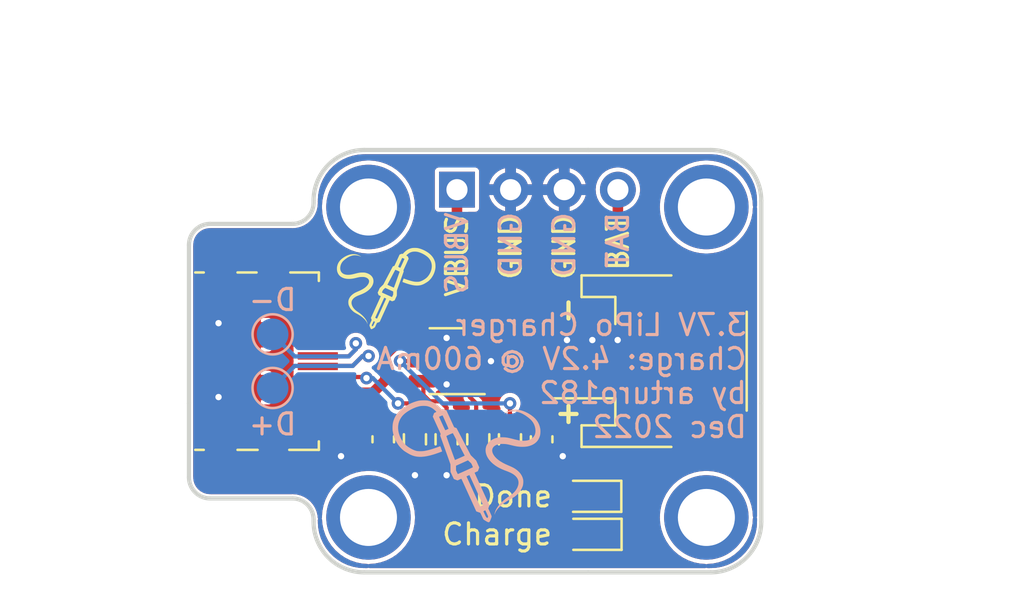
<source format=kicad_pcb>
(kicad_pcb (version 20211014) (generator pcbnew)
  (layers (0 "F.Cu" signal) (31 "B.Cu" signal) (34 "B.Paste" user) (35 "F.Paste" user) (36 "B.SilkS" user "B.Silkscreen") (37 "F.SilkS" user "F.Silkscreen") (38 "B.Mask" user) (39 "F.Mask" user) (44 "Edge.Cuts" user))
  (net 0 "")
  (net 1 "VBUS")
  (net 2 "GND")
  (net 3 "+BATT")
  (net 4 "Net-(D1-Pad1)")
  (net 5 "Net-(D2-Pad1)")
  (net 6 "Net-(J2-PadA5)")
  (net 8 "Net-(R2-Pad2)")
  (net 9 "Net-(R3-Pad1)")
  (net 10 "/D-")
  (net 11 "/D+")
  (net 12 "Net-(R4-Pad1)")
  (footprint "Resistor_SMD:R_0603_1608Metric" (layer "F.Cu") (at 169.8 97.7 90)
    (fp_text reference "R1" hide)
    (fp_text value "5.1K")
    (pad "1" smd roundrect (at -0.825 0 90) (size 0.8 0.95) (layers "F.Cu" "F.Paste" "F.Mask") (net 2 "GND"))
    (pad "2" smd roundrect (at 0.825 0 90) (size 0.8 0.95) (layers "F.Cu" "F.Paste" "F.Mask") (net 6 "Net-(J2-PadA5)"))
  )
  (footprint "MountingHole:MountingHole_2.7mm_M2.5_DIN965_Pad" (layer "F.Cu") (at 183.6 86.7)
    (fp_text reference "REF**" hide)
    (fp_text value "MountingHole_2.7mm_M2.5_DIN965_Pad")
    (pad "1" thru_hole circle locked (at 0 0) (size 4 4) (drill 2.7) (layers *.Cu *.Mask))
  )
  (footprint "Capacitor_SMD:C_0603_1608Metric" (layer "F.Cu") (at 175.8 97.7 90)
    (fp_text reference "C2" hide)
    (fp_text value "10uF")
    (pad "1" smd roundrect (at -0.775 0 90) (size 0.9 0.95) (layers "F.Cu" "F.Paste" "F.Mask") (net 2 "GND"))
    (pad "2" smd roundrect (at 0.775 0 90) (size 0.9 0.95) (layers "F.Cu" "F.Paste" "F.Mask") (net 3 "+BATT"))
  )
  (footprint "MountingHole:MountingHole_2.7mm_M2.5_DIN965_Pad" (layer "F.Cu") (at 167.6 86.7)
    (fp_text reference "REF**" hide)
    (fp_text value "MountingHole_2.7mm_M2.5_DIN965_Pad")
    (pad "1" thru_hole circle locked (at 0 0) (size 4 4) (drill 2.7) (layers *.Cu *.Mask))
  )
  (footprint "Connector_PinHeader_2.54mm:PinHeader_1x04_P2.54mm_Vertical" (layer "F.Cu") (at 171.79 85.88 90)
    (fp_text reference "J4" hide)
    (fp_text value "Conn_Pwr")
    (pad "1" thru_hole rect locked (at 0 0 90) (size 1.7 1.7) (drill 1) (layers *.Cu *.Mask) (net 1 "VBUS"))
    (pad "2" thru_hole oval locked (at 0 2.54 90) (size 1.7 1.7) (drill 1) (layers *.Cu *.Mask) (net 2 "GND"))
    (pad "3" thru_hole oval locked (at 0 5.08 90) (size 1.7 1.7) (drill 1) (layers *.Cu *.Mask) (net 2 "GND"))
    (pad "4" thru_hole oval locked (at 0 7.62 90) (size 1.7 1.7) (drill 1) (layers *.Cu *.Mask) (net 3 "+BATT"))
  )
  (footprint "MountingHole:MountingHole_2.7mm_M2.5_DIN965_Pad" (layer "F.Cu") (at 183.6 101.4)
    (fp_text reference "REF**" hide)
    (fp_text value "MountingHole_2.7mm_M2.5_DIN965_Pad")
    (pad "1" thru_hole circle locked (at 0 0) (size 4 4) (drill 2.7) (layers *.Cu *.Mask))
  )
  (footprint "Resistor_SMD:R_0603_1608Metric" (layer "F.Cu") (at 174.3 97.7 -90)
    (fp_text reference "R4" hide)
    (fp_text value "1K")
    (pad "1" smd roundrect (at -0.825 0 270) (size 0.8 0.95) (layers "F.Cu" "F.Paste" "F.Mask") (net 12 "Net-(R4-Pad1)"))
    (pad "2" smd roundrect (at 0.825 0 270) (size 0.8 0.95) (layers "F.Cu" "F.Paste" "F.Mask") (net 5 "Net-(D2-Pad1)"))
  )
  (footprint "LED_SMD:LED_0603_1608Metric" (layer "F.Cu") (at 178.087501 100.4 180)
    (fp_text reference "D2" hide)
    (fp_text value "LED_DONE")
    (pad "1" smd roundrect (at -0.7875 0 180) (size 0.875 0.95) (layers "F.Cu" "F.Paste" "F.Mask") (net 5 "Net-(D2-Pad1)"))
    (pad "2" smd roundrect (at 0.7875 0 180) (size 0.875 0.95) (layers "F.Cu" "F.Paste" "F.Mask") (net 1 "VBUS"))
  )
  (footprint "Connector_USB_Extra:USB_C_Plug_UTC009-C12" (layer "F.Cu") (at 165 94 -90)
    (fp_text reference "J2" hide)
    (fp_text value "USB_C_Plug_USB2.0")
    (pad "A1" smd rect locked (at 2.75 -0.2 270) (size 0.35 1.9) (layers "F.Cu" "F.Paste" "F.Mask") (net 2 "GND"))
    (pad "A4" smd rect locked (at 1.25 -0.2 270) (size 0.35 1.9) (layers "F.Cu" "F.Paste" "F.Mask") (net 1 "VBUS"))
    (pad "A5" smd rect locked (at 0.75 -0.2 270) (size 0.35 1.9) (layers "F.Cu" "F.Paste" "F.Mask") (net 6 "Net-(J2-PadA5)"))
    (pad "A6" smd rect locked (at 0.25 -0.2 270) (size 0.35 1.9) (layers "F.Cu" "F.Paste" "F.Mask") (net 11 "/D+"))
    (pad "A7" smd rect locked (at -0.25 -0.2 270) (size 0.35 1.9) (layers "F.Cu" "F.Paste" "F.Mask") (net 10 "/D-"))
    (pad "A10" smd rect locked (at -1.75 -0.2 270) (size 0.35 1.9) (layers "F.Cu" "F.Paste" "F.Mask"))
    (pad "A11" smd rect locked (at -2.25 -0.2 270) (size 0.35 1.9) (layers "F.Cu" "F.Paste" "F.Mask"))
    (pad "B2" smd rect locked (at -2.75 -0.2 270) (size 0.35 1.9) (layers "F.Cu" "F.Paste" "F.Mask"))
    (pad "B3" smd rect locked (at -1.25 -0.2 270) (size 0.35 1.9) (layers "F.Cu" "F.Paste" "F.Mask"))
    (pad "B5" smd rect locked (at -0.75 -0.2 270) (size 0.35 1.9) (layers "F.Cu" "F.Paste" "F.Mask"))
    (pad "B9" smd rect locked (at 1.75 -0.2 270) (size 0.35 1.9) (layers "F.Cu" "F.Paste" "F.Mask") (net 1 "VBUS"))
    (pad "B12" smd rect locked (at 2.25 -0.2 270) (size 0.35 1.9) (layers "F.Cu" "F.Paste" "F.Mask") (net 2 "GND"))
    (pad "S1" smd rect locked (at 3.4 -0.1 270) (size 0.65 2.1) (layers "F.Cu" "F.Paste" "F.Mask") (net 2 "GND"))
    (pad "S1" smd rect locked (at 4.55 4.4 270) (size 1.5 1.4) (layers "F.Cu" "F.Paste" "F.Mask") (net 2 "GND"))
    (pad "S1" smd rect locked (at -3.4 -0.1 270) (size 0.65 2.1) (layers "F.Cu" "F.Paste" "F.Mask") (net 2 "GND"))
    (pad "S1" smd rect locked (at 4.55 1.9 270) (size 1.5 1.3) (layers "F.Cu" "F.Paste" "F.Mask") (net 2 "GND"))
    (pad "S1" smd rect locked (at -1.75 4.5 270) (size 1.2 1.2) (layers "F.Cu" "F.Paste" "F.Mask") (net 2 "GND"))
    (pad "S1" smd rect locked (at -4.55 4.4 270) (size 1.5 1.4) (layers "F.Cu" "F.Paste" "F.Mask") (net 2 "GND"))
    (pad "S1" smd rect locked (at -1.25 2.75 270) (size 1.2 1.2) (layers "F.Cu" "F.Paste" "F.Mask") (net 2 "GND"))
    (pad "S1" smd rect locked (at 1.25 2.75 270) (size 1.2 1.2) (layers "F.Cu" "F.Paste" "F.Mask") (net 2 "GND"))
    (pad "S1" smd rect locked (at -4.55 1.9 270) (size 1.5 1.4) (layers "F.Cu" "F.Paste" "F.Mask") (net 2 "GND"))
    (pad "S1" smd rect locked (at 1.75 4.5 270) (size 1.2 1.2) (layers "F.Cu" "F.Paste" "F.Mask") (net 2 "GND"))
  )
  (footprint "Symbols_Extra:SolderParty-New-Logo_5x4.2mm_SilkScreen" (layer "F.Cu") (at 168.6 90.4)
    (fp_text reference "G***" hide)
    (fp_text value "LOGO" hide)
  )
  (footprint "LED_SMD:LED_0603_1608Metric" (layer "F.Cu") (at 178.1 102.2 180)
    (fp_text reference "D1" hide)
    (fp_text value "LED_CHR")
    (pad "1" smd roundrect (at -0.7875 0 180) (size 0.875 0.95) (layers "F.Cu" "F.Paste" "F.Mask") (net 4 "Net-(D1-Pad1)"))
    (pad "2" smd roundrect (at 0.7875 0 180) (size 0.875 0.95) (layers "F.Cu" "F.Paste" "F.Mask") (net 1 "VBUS"))
  )
  (footprint "Connector_JST:JST_PH_S2B-PH-SM4-TB_1x02-1MP_P2.00mm_Horizontal" (layer "F.Cu") (at 181 94 90)
    (fp_text reference "J1" hide)
    (fp_text value "Conn_Battery")
    (pad "1" smd roundrect locked (at -1 -2.85 90) (size 1 3.5) (layers "F.Cu" "F.Paste" "F.Mask") (net 3 "+BATT"))
    (pad "2" smd roundrect locked (at 1 -2.85 90) (size 1 3.5) (layers "F.Cu" "F.Paste" "F.Mask") (net 2 "GND"))
    (pad "MP" smd roundrect locked (at 3.35 2.9 90) (size 1.5 3.4) (layers "F.Cu" "F.Paste" "F.Mask") (roundrect_rratio 0.1666673333))
    (pad "MP" smd roundrect locked (at -3.35 2.9 90) (size 1.5 3.4) (layers "F.Cu" "F.Paste" "F.Mask") (roundrect_rratio 0.1666673333))
  )
  (footprint "MountingHole:MountingHole_2.7mm_M2.5_DIN965_Pad" (layer "F.Cu") (at 167.6 101.4)
    (fp_text reference "REF**" hide)
    (fp_text value "MountingHole_2.7mm_M2.5_DIN965_Pad")
    (pad "1" thru_hole circle locked (at 0 0) (size 4 4) (drill 2.7) (layers *.Cu *.Mask))
  )
  (footprint "Capacitor_SMD:C_0603_1608Metric" (layer "F.Cu") (at 168.3 97.7 90)
    (fp_text reference "C1" hide)
    (fp_text value "10uF")
    (pad "1" smd roundrect (at -0.775 0 90) (size 0.9 0.95) (layers "F.Cu" "F.Paste" "F.Mask") (net 2 "GND"))
    (pad "2" smd roundrect (at 0.775 0 90) (size 0.9 0.95) (layers "F.Cu" "F.Paste" "F.Mask") (net 1 "VBUS"))
  )
  (footprint "Resistor_SMD:R_0603_1608Metric" (layer "F.Cu") (at 171.3 97.7 90)
    (fp_text reference "R2" hide)
    (fp_text value "2K")
    (pad "1" smd roundrect (at -0.825 0 90) (size 0.8 0.95) (layers "F.Cu" "F.Paste" "F.Mask") (net 2 "GND"))
    (pad "2" smd roundrect (at 0.825 0 90) (size 0.8 0.95) (layers "F.Cu" "F.Paste" "F.Mask") (net 8 "Net-(R2-Pad2)"))
  )
  (footprint "Resistor_SMD:R_0603_1608Metric" (layer "F.Cu") (at 172.8 97.7 -90)
    (fp_text reference "R3" hide)
    (fp_text value "1K")
    (pad "1" smd roundrect (at -0.825 0 270) (size 0.8 0.95) (layers "F.Cu" "F.Paste" "F.Mask") (net 9 "Net-(R3-Pad1)"))
    (pad "2" smd roundrect (at 0.825 0 270) (size 0.8 0.95) (layers "F.Cu" "F.Paste" "F.Mask") (net 4 "Net-(D1-Pad1)"))
  )
  (footprint "Package_TO_SOT_SMD:SOT-23-6" (layer "F.Cu") (at 171.3 94 180)
    (fp_text reference "U1" hide)
    (fp_text value "ME4055-N")
    (pad "1" smd roundrect (at -1.1375 -0.95 180) (size 1.325 0.6) (layers "F.Cu" "F.Paste" "F.Mask") (net 9 "Net-(R3-Pad1)"))
    (pad "2" smd roundrect (at -1.1375 0 180) (size 1.325 0.6) (layers "F.Cu" "F.Paste" "F.Mask") (net 2 "GND"))
    (pad "3" smd roundrect (at -1.1375 0.95 180) (size 1.325 0.6) (layers "F.Cu" "F.Paste" "F.Mask") (net 3 "+BATT"))
    (pad "4" smd roundrect (at 1.1375 0.95 180) (size 1.325 0.6) (layers "F.Cu" "F.Paste" "F.Mask") (net 1 "VBUS"))
    (pad "5" smd roundrect (at 1.1375 0 180) (size 1.325 0.6) (layers "F.Cu" "F.Paste" "F.Mask") (net 12 "Net-(R4-Pad1)"))
    (pad "6" smd roundrect (at 1.1375 -0.95 180) (size 1.325 0.6) (layers "F.Cu" "F.Paste" "F.Mask") (net 8 "Net-(R2-Pad2)"))
  )
  (footprint "Symbols_Extra:SolderParty-New-Logo_7.5x6.4mm_SilkScreen" (layer "B.Cu") (at 172 98.5 180)
    (fp_text reference "G***" hide)
    (fp_text value "LOGO" hide)
  )
  (footprint "TestPoint:TestPoint_Pad_D1.5mm" (layer "B.Cu") (at 163.06 95.270003 90)
    (fp_text reference "TP2" hide)
    (fp_text value "TP_D+")
    (pad "1" smd circle locked (at 0 0 90) (size 1.5 1.5) (layers "B.Cu" "B.Mask") (net 11 "/D+"))
  )
  (footprint "TestPoint:TestPoint_Pad_D1.5mm" (layer "B.Cu") (at 163.06 92.73 90)
    (fp_text reference "TP1" hide)
    (fp_text value "TP_D-")
    (pad "1" smd circle locked (at 0 0 90) (size 1.5 1.5) (layers "B.Cu" "B.Mask") (net 10 "/D-"))
  )
  (gr_line (start 178 104) (end 167.4 104.000001) (layer "Edge.Cuts") (width 0.2))
  (gr_line (start 165 101.5) (end 165 101.6) (layer "Edge.Cuts") (width 0.2))
  (gr_arc (start 186.2 101.6) (mid 185.497056 103.297056) (end 183.8 104) (layer "Edge.Cuts") (width 0.2))
  (gr_line (start 164 87.5) (end 160.1 87.5) (layer "Edge.Cuts") (width 0.2))
  (gr_arc (start 159.1 88.5) (mid 159.392893 87.792893) (end 160.1 87.5) (layer "Edge.Cuts") (width 0.2))
  (gr_arc (start 165 86.400001) (mid 165.702944 84.702945) (end 167.4 84.000001) (layer "Edge.Cuts") (width 0.2))
  (gr_line (start 186.2 101.6) (end 186.2 96) (layer "Edge.Cuts") (width 0.2))
  (gr_line (start 159.1 88.5) (end 159.1 96) (layer "Edge.Cuts") (width 0.2))
  (gr_line (start 178 84) (end 167.4 84.000001) (layer "Edge.Cuts") (width 0.2))
  (gr_arc (start 183.8 84) (mid 185.497056 84.702944) (end 186.2 86.4) (layer "Edge.Cuts") (width 0.2))
  (gr_arc (start 164 100.5) (mid 164.707107 100.792893) (end 165 101.5) (layer "Edge.Cuts") (width 0.2))
  (gr_line (start 164 100.5) (end 160.1 100.5) (layer "Edge.Cuts") (width 0.2))
  (gr_arc (start 167.4 104) (mid 165.702944 103.297056) (end 165 101.6) (layer "Edge.Cuts") (width 0.2))
  (gr_line (start 186.2 96) (end 186.2 86.4) (layer "Edge.Cuts") (width 0.2))
  (gr_line (start 183.8 104) (end 178 104) (layer "Edge.Cuts") (width 0.2))
  (gr_line (start 159.1 96) (end 159.1 99.5) (layer "Edge.Cuts") (width 0.2))
  (gr_line (start 183.8 84) (end 178 84) (layer "Edge.Cuts") (width 0.2))
  (gr_arc (start 165 86.5) (mid 164.707107 87.207107) (end 164 87.5) (layer "Edge.Cuts") (width 0.2))
  (gr_arc (start 160.1 100.5) (mid 159.392893 100.207107) (end 159.1 99.5) (layer "Edge.Cuts") (width 0.2))
  (gr_line (start 165 86.5) (end 165 86.400001) (layer "Edge.Cuts") (width 0.2))
  (gr_text "D+" (at 163.06 96.99) (layer "B.SilkS") (effects (font (size 1 1)) (justify mirror)))
  (gr_text "D-" (at 163.06 91.1) (layer "B.SilkS") (effects (font (size 1 1)) (justify mirror)))
  (gr_text "GND" (at 174.33 86.85 90) (layer "B.SilkS") (effects (font (size 1 1)) (justify left mirror)))
  (gr_text "3.7V LiPo Charger\nCharge: 4.2V @ 600mA\nby arturo182\nDec 2022" (at 185.6 94.7) (layer "B.SilkS") (effects (font (size 1 1)) (justify left mirror)))
  (gr_text "VBUS" (at 171.79 86.86 90) (layer "B.SilkS") (effects (font (size 1 1)) (justify left mirror)))
  (gr_text "GND" (at 176.87 86.86 90) (layer "B.SilkS") (effects (font (size 1 1)) (justify left mirror)))
  (gr_text "BAT" (at 179.41 86.86 90) (layer "B.SilkS") (effects (font (size 1 1)) (justify left mirror)))
  (gr_text "Charge" (at 176.387501 102.2) (layer "F.SilkS") (effects (font (size 1 1)) (justify right)))
  (gr_text "GND" (at 174.33 86.99 90) (layer "F.SilkS") (effects (font (size 1 1)) (justify right)))
  (gr_text "BAT" (at 179.41 86.99 90) (layer "F.SilkS") (effects (font (size 1 1)) (justify right)))
  (gr_text "-" (at 177 91.6 90) (layer "F.SilkS") (effects (font (size 1 1) (thickness 0.2))))
  (gr_text "Done" (at 176.387501 100.4) (layer "F.SilkS") (effects (font (size 1 1)) (justify right)))
  (gr_text "VBUS" (at 171.79 86.99 90) (layer "F.SilkS") (effects (font (size 1 1)) (justify right)))
  (gr_text "+" (at 177 96.5 90) (layer "F.SilkS") (effects (font (size 1 1) (thickness 0.2))))
  (gr_text "GND" (at 176.87 86.99 90) (layer "F.SilkS") (effects (font (size 1 1)) (justify right)))
  (segment (start 168.6 97.7) (end 168.3 97.4) (width 0.2) (layer "F.Cu") (net 1))
  (segment (start 170.55 99.65) (end 170.55 98) (width 0.2) (layer "F.Cu") (net 1))
  (segment (start 177.3125 100.412499) (end 177.300001 100.4) (width 0.2) (layer "F.Cu") (net 1))
  (segment (start 169.05 93.05) (end 168.4 93.7) (width 0.5) (layer "F.Cu") (net 1))
  (segment (start 167.8 95.5) (end 166.9 95.5) (width 0.5) (layer "F.Cu") (net 1))
  (segment (start 171.79 85.88) (end 171.79 89.91) (width 0.5) (layer "F.Cu") (net 1))
  (segment (start 168.3 97.4) (end 168.3 96.9125) (width 0.2) (layer "F.Cu") (net 1))
  (segment (start 170.55 98) (end 170.25 97.7) (width 0.2) (layer "F.Cu") (net 1))
  (segment (start 170.2 93.05) (end 169.05 93.05) (width 0.5) (layer "F.Cu") (net 1))
  (segment (start 170.25 97.7) (end 168.6 97.7) (width 0.2) (layer "F.Cu") (net 1))
  (segment (start 170.2 91.5) (end 170.2 93.05) (width 0.5) (layer "F.Cu") (net 1))
  (segment (start 168.4 93.7) (end 168.4 94.9) (width 0.5) (layer "F.Cu") (net 1))
  (segment (start 166.9 95.5) (end 167.6 95.5) (width 0.5) (layer "F.Cu") (net 1))
  (segment (start 173.1 102.2) (end 170.55 99.65) (width 0.2) (layer "F.Cu") (net 1))
  (segment (start 177.3125 102.2) (end 177.3125 100.412499) (width 0.2) (layer "F.Cu") (net 1))
  (segment (start 168.4 94.9) (end 167.8 95.5) (width 0.5) (layer "F.Cu") (net 1))
  (segment (start 171.79 89.91) (end 170.2 91.5) (width 0.5) (layer "F.Cu") (net 1))
  (segment (start 166.9 95.5) (end 165.2 95.5) (width 0.5) (layer "F.Cu") (net 1))
  (segment (start 167.6 95.5) (end 168.2 96.1) (width 0.5) (layer "F.Cu") (net 1))
  (segment (start 177.3125 102.2) (end 173.1 102.2) (width 0.2) (layer "F.Cu") (net 1))
  (segment (start 168.2 96.1) (end 168.2 96.9125) (width 0.5) (layer "F.Cu") (net 1))
  (via (at 178.2 93) (size 0.6) (drill 0.3) (layers "F.Cu" "B.Cu") (net 2))
  (via (at 160.5 92.2) (size 0.6) (drill 0.3) (layers "F.Cu" "B.Cu") (net 2))
  (via (at 160.5 95.7) (size 0.6) (drill 0.3) (layers "F.Cu" "B.Cu") (net 2))
  (via (at 176.8 98.5) (size 0.6) (drill 0.3) (layers "F.Cu" "B.Cu") (net 2))
  (via (at 171.3 92.9) (size 0.6) (drill 0.3) (layers "F.Cu" "B.Cu") (net 2))
  (via (at 171.3 95.1) (size 0.6) (drill 0.3) (layers "F.Cu" "B.Cu") (net 2))
  (via (at 171.3 99.4) (size 0.6) (drill 0.3) (layers "F.Cu" "B.Cu") (net 2))
  (via (at 177 93) (size 0.6) (drill 0.3) (layers "F.Cu" "B.Cu") (net 2))
  (via (at 169.8 99.4) (size 0.6) (drill 0.3) (layers "F.Cu" "B.Cu") (net 2))
  (via (at 179.4 93) (size 0.6) (drill 0.3) (layers "F.Cu" "B.Cu") (net 2))
  (via (at 173.4 94) (size 0.6) (drill 0.3) (layers "F.Cu" "B.Cu") (net 2))
  (via (at 166.3 98.5) (size 0.6) (drill 0.3) (layers "F.Cu" "B.Cu") (net 2))
  (segment (start 176 95) (end 178.45 95) (width 0.5) (layer "F.Cu") (net 3))
  (segment (start 181.2 94.3) (end 181.2 89.8) (width 0.5) (layer "F.Cu") (net 3))
  (segment (start 175.8 95.2) (end 175.8 94.8) (width 0.5) (layer "F.Cu") (net 3))
  (segment (start 175.8 95.7) (end 175.8 96.4) (width 0.5) (layer "F.Cu") (net 3))
  (segment (start 174.35 93.05) (end 175.8 94.5) (width 0.5) (layer "F.Cu") (net 3))
  (segment (start 175.8 95.7) (end 175.8 95.2) (width 0.5) (layer "F.Cu") (net 3))
  (segment (start 175.8 96.9125) (end 175.8 96.4) (width 0.5) (layer "F.Cu") (net 3))
  (segment (start 178.45 95) (end 180.5 95) (width 0.5) (layer "F.Cu") (net 3))
  (segment (start 179.41 88.01) (end 179.41 85.88) (width 0.5) (layer "F.Cu") (net 3))
  (segment (start 176 95) (end 175.8 95.2) (width 0.5) (layer "F.Cu") (net 3))
  (segment (start 175.8 94.5) (end 175.8 95) (width 0.5) (layer "F.Cu") (net 3))
  (segment (start 181.2 89.8) (end 179.41 88.01) (width 0.5) (layer "F.Cu") (net 3))
  (segment (start 180.5 95) (end 181.2 94.3) (width 0.5) (layer "F.Cu") (net 3))
  (segment (start 172.4 93.05) (end 174.35 93.05) (width 0.5) (layer "F.Cu") (net 3))
  (segment (start 178.1 100.062086) (end 177.712914 99.675) (width 0.2) (layer "F.Cu") (net 4))
  (segment (start 173.375 99.675) (end 172.8 99.1) (width 0.2) (layer "F.Cu") (net 4))
  (segment (start 178.1 101.4125) (end 178.1 100.062086) (width 0.2) (layer "F.Cu") (net 4))
  (segment (start 178.8875 102.2) (end 178.1 101.4125) (width 0.2) (layer "F.Cu") (net 4))
  (segment (start 172.8 99.1) (end 172.8 98.6) (width 0.2) (layer "F.Cu") (net 4))
  (segment (start 177.712914 99.675) (end 173.375 99.675) (width 0.2) (layer "F.Cu") (net 4))
  (segment (start 177.857888 99.325) (end 174.525 99.325) (width 0.2) (layer "F.Cu") (net 5))
  (segment (start 178.875001 100.4) (end 178.875001 100.342113) (width 0.2) (layer "F.Cu") (net 5))
  (segment (start 178.875001 100.342113) (end 177.857888 99.325) (width 0.2) (layer "F.Cu") (net 5))
  (segment (start 174.3 99.1) (end 174.3 98.4875) (width 0.2) (layer "F.Cu") (net 5))
  (segment (start 174.525 99.325) (end 174.3 99.1) (width 0.2) (layer "F.Cu") (net 5))
  (segment (start 169.5 96) (end 169.775 96.275) (width 0.2) (layer "F.Cu") (net 6))
  (segment (start 165.2 94.75) (end 167.455025 94.75) (width 0.2) (layer "F.Cu") (net 6))
  (segment (start 169.775 96.275) (end 169.775 96.9) (width 0.2) (layer "F.Cu") (net 6))
  (segment (start 169 96) (end 169.5 96) (width 0.2) (layer "F.Cu") (net 6))
  (segment (start 167.455025 94.75) (end 167.505025 94.8) (width 0.2) (layer "F.Cu") (net 6))
  (via (at 169 96) (size 0.6) (drill 0.3) (layers "F.Cu" "B.Cu") (net 6))
  (via (at 167.505025 94.8) (size 0.6) (drill 0.3) (layers "F.Cu" "B.Cu") (net 6))
  (segment (start 167.8 94.8) (end 167.505025 94.8) (width 0.2) (layer "B.Cu") (net 6))
  (segment (start 169 96) (end 167.8 94.8) (width 0.2) (layer "B.Cu") (net 6))
  (segment (start 170.5 95.9) (end 171 95.9) (width 0.2) (layer "F.Cu") (net 8))
  (segment (start 170.2 95.6) (end 170.5 95.9) (width 0.2) (layer "F.Cu") (net 8))
  (segment (start 170.2 94.95) (end 170.2 95.6) (width 0.2) (layer "F.Cu") (net 8))
  (segment (start 171 95.9) (end 171.3 96.2) (width 0.2) (layer "F.Cu") (net 8))
  (segment (start 171.3 96.2) (end 171.3 96.9125) (width 0.2) (layer "F.Cu") (net 8))
  (segment (start 172.4 95.7) (end 172.7 96) (width 0.2) (layer "F.Cu") (net 9))
  (segment (start 172.4 94.95) (end 172.4 95.7) (width 0.2) (layer "F.Cu") (net 9))
  (segment (start 172.7 96) (end 172.7 96.9125) (width 0.2) (layer "F.Cu") (net 9))
  (segment (start 167.001268 93.438275) (end 167.001268 93.155432) (width 0.2) (layer "F.Cu") (net 10))
  (segment (start 165.225 93.775) (end 166.664543 93.775) (width 0.2) (layer "F.Cu") (net 10))
  (segment (start 166.664543 93.775) (end 167.001268 93.438275) (width 0.2) (layer "F.Cu") (net 10))
  (segment (start 165.2 93.75) (end 165.225 93.775) (width 0.2) (layer "F.Cu") (net 10))
  (via (at 167.001268 93.155432) (size 0.6) (drill 0.3) (layers "F.Cu" "B.Cu") (net 10))
  (segment (start 164.105001 93.775002) (end 163.06 92.730001) (width 0.2) (layer "B.Cu") (net 10))
  (segment (start 167.001268 93.155432) (end 167.001268 93.438275) (width 0.2) (layer "B.Cu") (net 10))
  (segment (start 167.001268 93.438275) (end 166.664541 93.775002) (width 0.2) (layer "B.Cu") (net 10))
  (segment (start 163.06 92.730001) (end 163.06 92.73) (width 0.2) (layer "B.Cu") (net 10))
  (segment (start 166.664541 93.775002) (end 164.105001 93.775002) (width 0.2) (layer "B.Cu") (net 10))
  (segment (start 167.319467 93.756474) (end 167.60231 93.756474) (width 0.2) (layer "F.Cu") (net 11))
  (segment (start 165.225 94.225) (end 166.850941 94.225) (width 0.2) (layer "F.Cu") (net 11))
  (segment (start 165.2 94.25) (end 165.225 94.225) (width 0.2) (layer "F.Cu") (net 11))
  (segment (start 166.850941 94.225) (end 167.319467 93.756474) (width 0.2) (layer "F.Cu") (net 11))
  (via (at 167.60231 93.756474) (size 0.6) (drill 0.3) (layers "F.Cu" "B.Cu") (net 11))
  (segment (start 164.105001 94.225002) (end 163.06 95.270003) (width 0.2) (layer "B.Cu") (net 11))
  (segment (start 167.319467 93.756474) (end 166.850939 94.225002) (width 0.2) (layer "B.Cu") (net 11))
  (segment (start 167.60231 93.756474) (end 167.319467 93.756474) (width 0.2) (layer "B.Cu") (net 11))
  (segment (start 166.850939 94.225002) (end 164.105001 94.225002) (width 0.2) (layer "B.Cu") (net 11))
  (segment (start 169.104878 94) (end 169.0995 93.994622) (width 0.2) (layer "F.Cu") (net 12))
  (segment (start 170.1625 94) (end 169.104878 94) (width 0.2) (layer "F.Cu") (net 12))
  (segment (start 174.3 96) (end 174.3 96.9125) (width 0.2) (layer "F.Cu") (net 12))
  (via (at 174.3 96) (size 0.6) (drill 0.3) (layers "F.Cu" "B.Cu") (net 12))
  (via (at 169.0995 93.994622) (size 0.6) (drill 0.3) (layers "F.Cu" "B.Cu") (net 12))
  (segment (start 169.0995 93.994622) (end 171.104878 96) (width 0.2) (layer "B.Cu") (net 12))
  (segment (start 171.104878 96) (end 174.3 96) (width 0.2) (layer "B.Cu") (net 12))
  (zone (net 2) (net_name "GND") (layers F&B.Cu) (connect_pads (clearance 0.2)) (min_thickness 0.2) (fill yes (thermal_gap 0.2) (thermal_bridge_width 0.508))
    (polygon (pts (xy 187.5 105) (xy 157.5 105) (xy 157.5 82.5) (xy 187.5 82.5)))
  )
)
</source>
